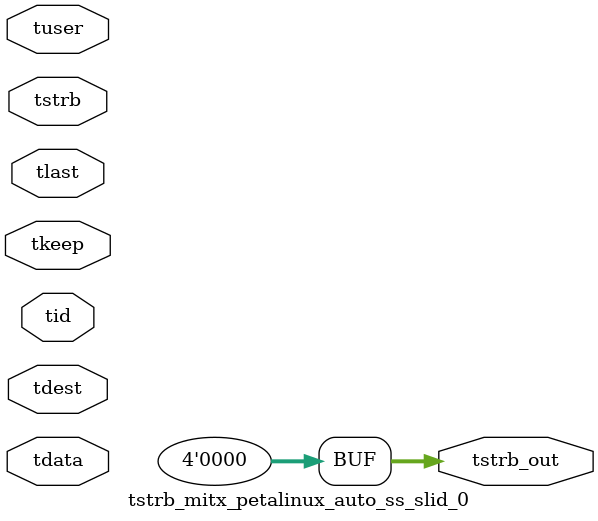
<source format=v>


`timescale 1ps/1ps

module tstrb_mitx_petalinux_auto_ss_slid_0 #
(
parameter C_S_AXIS_TDATA_WIDTH = 32,
parameter C_S_AXIS_TUSER_WIDTH = 0,
parameter C_S_AXIS_TID_WIDTH   = 0,
parameter C_S_AXIS_TDEST_WIDTH = 0,
parameter C_M_AXIS_TDATA_WIDTH = 32
)
(
input  [(C_S_AXIS_TDATA_WIDTH == 0 ? 1 : C_S_AXIS_TDATA_WIDTH)-1:0     ] tdata,
input  [(C_S_AXIS_TUSER_WIDTH == 0 ? 1 : C_S_AXIS_TUSER_WIDTH)-1:0     ] tuser,
input  [(C_S_AXIS_TID_WIDTH   == 0 ? 1 : C_S_AXIS_TID_WIDTH)-1:0       ] tid,
input  [(C_S_AXIS_TDEST_WIDTH == 0 ? 1 : C_S_AXIS_TDEST_WIDTH)-1:0     ] tdest,
input  [(C_S_AXIS_TDATA_WIDTH/8)-1:0 ] tkeep,
input  [(C_S_AXIS_TDATA_WIDTH/8)-1:0 ] tstrb,
input                                                                    tlast,
output [(C_M_AXIS_TDATA_WIDTH/8)-1:0 ] tstrb_out
);

assign tstrb_out = {1'b0};

endmodule


</source>
